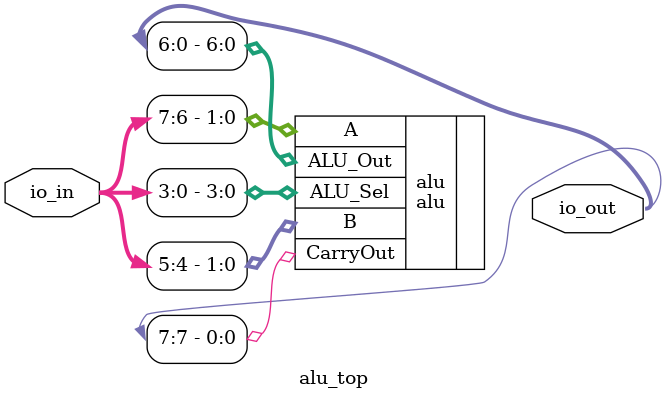
<source format=v>
module alu_top (
	input [7:0] io_in,
	output [7:0] io_out
);
	
	alu alu(.A(io_in[7:6]), .B(io_in[5:4]), .ALU_Sel(io_in[3:0]), 
		.ALU_Out(io_out[6:0]), .CarryOut(io_out[7])
  );
	
endmodule

</source>
